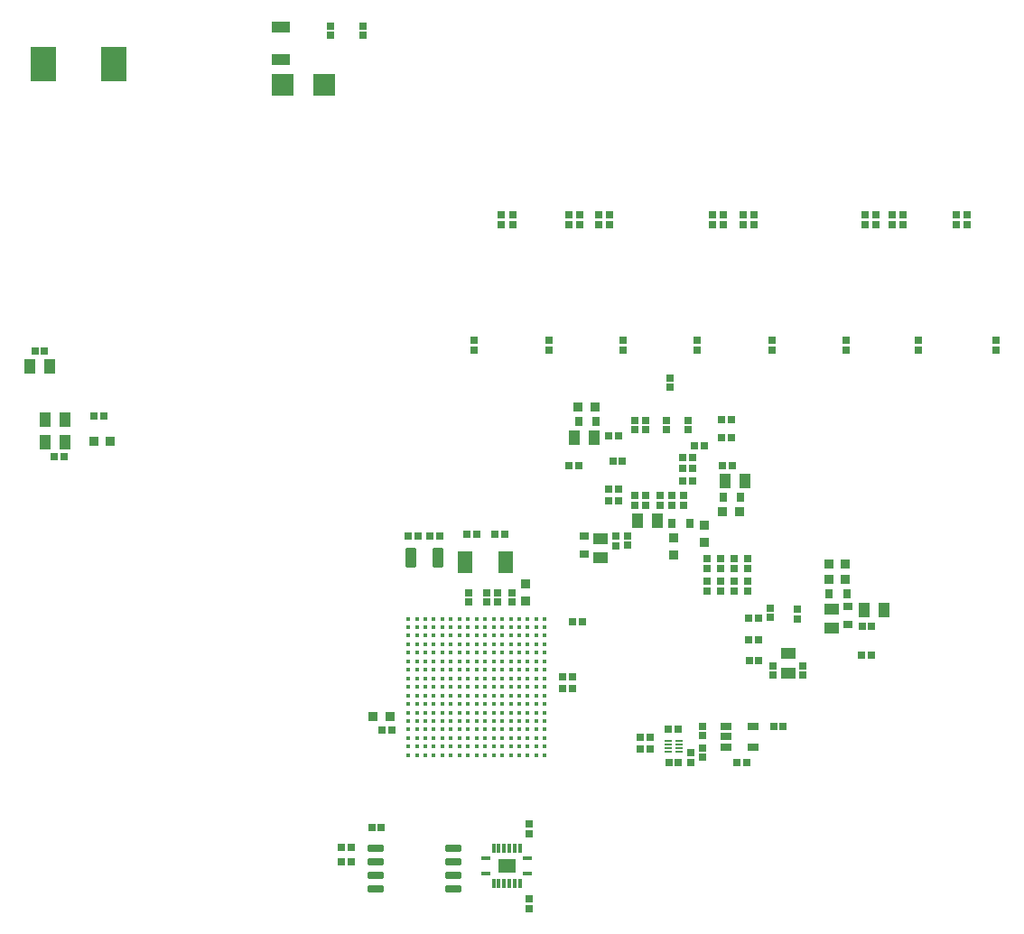
<source format=gbp>
G04*
G04 #@! TF.GenerationSoftware,Altium Limited,Altium Designer,21.6.4 (81)*
G04*
G04 Layer_Color=128*
%FSTAX24Y24*%
%MOIN*%
G70*
G04*
G04 #@! TF.SameCoordinates,CFC9D6D8-CD49-4BFF-A4EB-002DC6F40297*
G04*
G04*
G04 #@! TF.FilePolarity,Positive*
G04*
G01*
G75*
%ADD32R,0.0252X0.0252*%
%ADD35R,0.0335X0.0374*%
G04:AMPARAMS|DCode=51|XSize=23.6mil|YSize=61mil|CornerRadius=3.5mil|HoleSize=0mil|Usage=FLASHONLY|Rotation=270.000|XOffset=0mil|YOffset=0mil|HoleType=Round|Shape=RoundedRectangle|*
%AMROUNDEDRECTD51*
21,1,0.0236,0.0539,0,0,270.0*
21,1,0.0165,0.0610,0,0,270.0*
1,1,0.0071,-0.0270,-0.0083*
1,1,0.0071,-0.0270,0.0083*
1,1,0.0071,0.0270,0.0083*
1,1,0.0071,0.0270,-0.0083*
%
%ADD51ROUNDEDRECTD51*%
%ADD62R,0.0945X0.1299*%
%ADD70R,0.0374X0.0335*%
%ADD85R,0.0551X0.0394*%
G04:AMPARAMS|DCode=86|XSize=10.2mil|YSize=35.4mil|CornerRadius=1.3mil|HoleSize=0mil|Usage=FLASHONLY|Rotation=180.000|XOffset=0mil|YOffset=0mil|HoleType=Round|Shape=RoundedRectangle|*
%AMROUNDEDRECTD86*
21,1,0.0102,0.0329,0,0,180.0*
21,1,0.0077,0.0354,0,0,180.0*
1,1,0.0026,-0.0038,0.0164*
1,1,0.0026,0.0038,0.0164*
1,1,0.0026,0.0038,-0.0164*
1,1,0.0026,-0.0038,-0.0164*
%
%ADD86ROUNDEDRECTD86*%
G04:AMPARAMS|DCode=87|XSize=35.4mil|YSize=10.2mil|CornerRadius=1.3mil|HoleSize=0mil|Usage=FLASHONLY|Rotation=180.000|XOffset=0mil|YOffset=0mil|HoleType=Round|Shape=RoundedRectangle|*
%AMROUNDEDRECTD87*
21,1,0.0354,0.0077,0,0,180.0*
21,1,0.0329,0.0102,0,0,180.0*
1,1,0.0026,-0.0164,0.0038*
1,1,0.0026,0.0164,0.0038*
1,1,0.0026,0.0164,-0.0038*
1,1,0.0026,-0.0164,-0.0038*
%
%ADD87ROUNDEDRECTD87*%
%ADD88R,0.0252X0.0252*%
%ADD89R,0.0394X0.0551*%
%ADD90R,0.0689X0.0394*%
%ADD98R,0.0276X0.0335*%
%ADD100R,0.0335X0.0276*%
%ADD252C,0.0155*%
G04:AMPARAMS|DCode=253|XSize=70.9mil|YSize=39.4mil|CornerRadius=2mil|HoleSize=0mil|Usage=FLASHONLY|Rotation=90.000|XOffset=0mil|YOffset=0mil|HoleType=Round|Shape=RoundedRectangle|*
%AMROUNDEDRECTD253*
21,1,0.0709,0.0354,0,0,90.0*
21,1,0.0669,0.0394,0,0,90.0*
1,1,0.0039,0.0177,0.0335*
1,1,0.0039,0.0177,-0.0335*
1,1,0.0039,-0.0177,-0.0335*
1,1,0.0039,-0.0177,0.0335*
%
%ADD253ROUNDEDRECTD253*%
%ADD254R,0.0543X0.0790*%
%ADD255R,0.0787X0.0787*%
%ADD256R,0.0280X0.0075*%
%ADD257R,0.0303X0.0075*%
G04:AMPARAMS|DCode=258|XSize=23.6mil|YSize=43.3mil|CornerRadius=2.4mil|HoleSize=0mil|Usage=FLASHONLY|Rotation=270.000|XOffset=0mil|YOffset=0mil|HoleType=Round|Shape=RoundedRectangle|*
%AMROUNDEDRECTD258*
21,1,0.0236,0.0386,0,0,270.0*
21,1,0.0189,0.0433,0,0,270.0*
1,1,0.0047,-0.0193,-0.0094*
1,1,0.0047,-0.0193,0.0094*
1,1,0.0047,0.0193,0.0094*
1,1,0.0047,0.0193,-0.0094*
%
%ADD258ROUNDEDRECTD258*%
G36*
X03336Y019746D02*
X033998D01*
Y020258D01*
X03336D01*
Y019746D01*
D02*
G37*
D32*
X016979Y035129D02*
D03*
X017333D02*
D03*
X016259Y039029D02*
D03*
X018793Y036609D02*
D03*
X027569Y020679D02*
D03*
X029046Y021429D02*
D03*
X04712Y027799D02*
D03*
X04297Y028349D02*
D03*
X042983Y027579D02*
D03*
X047143Y028849D02*
D03*
X04297Y029149D02*
D03*
X035973Y034781D02*
D03*
X041957Y036481D02*
D03*
X040183Y034211D02*
D03*
X040603Y035521D02*
D03*
X040186Y035101D02*
D03*
Y034681D02*
D03*
X037797Y033911D02*
D03*
X041954Y035821D02*
D03*
X0378Y035899D02*
D03*
X037943Y034949D02*
D03*
X042007Y034801D02*
D03*
X036473Y029009D02*
D03*
X036093Y026569D02*
D03*
X029069Y025009D02*
D03*
X036093Y026989D02*
D03*
X033239Y032269D02*
D03*
X032573Y032259D02*
D03*
X030846Y032189D02*
D03*
X030393Y032179D02*
D03*
X037797Y033481D02*
D03*
X038612Y024329D02*
D03*
X042169Y023809D02*
D03*
X018439Y036609D02*
D03*
X016613Y039029D02*
D03*
X042523Y023809D02*
D03*
X040016D02*
D03*
X039661D02*
D03*
X038966Y024329D02*
D03*
X039639Y025039D02*
D03*
X039993D02*
D03*
X038966Y024739D02*
D03*
X038612D02*
D03*
X043529Y025149D02*
D03*
X043883D02*
D03*
X037443Y033481D02*
D03*
X030039Y032179D02*
D03*
X0312Y032189D02*
D03*
X032219Y032259D02*
D03*
X033593Y032269D02*
D03*
X035739Y026989D02*
D03*
X029423Y025009D02*
D03*
X035739Y026569D02*
D03*
X036119Y029009D02*
D03*
X041653Y034801D02*
D03*
X037589Y034949D02*
D03*
X037446Y035899D02*
D03*
X0416Y035821D02*
D03*
X037443Y033911D02*
D03*
X04054Y034681D02*
D03*
Y035101D02*
D03*
X040957Y035521D02*
D03*
X040537Y034211D02*
D03*
X041603Y036481D02*
D03*
X036327Y034781D02*
D03*
X042616Y029149D02*
D03*
X046789Y028849D02*
D03*
X042629Y027579D02*
D03*
X042616Y028349D02*
D03*
X046766Y027799D02*
D03*
X027923Y020139D02*
D03*
X027569D02*
D03*
X028691Y021429D02*
D03*
X027923Y020679D02*
D03*
D35*
X046186Y031169D02*
D03*
X045556D02*
D03*
X018421Y035679D02*
D03*
X019051D02*
D03*
X028741Y025509D02*
D03*
X041641Y033079D02*
D03*
X036936Y036939D02*
D03*
X045556Y030599D02*
D03*
X046186D02*
D03*
X036306Y036939D02*
D03*
X042271Y033079D02*
D03*
X029371Y025509D02*
D03*
D51*
X031695Y020657D02*
D03*
X031695Y020157D02*
D03*
X031695Y019657D02*
D03*
X028821Y020657D02*
D03*
Y020157D02*
D03*
Y019657D02*
D03*
Y019157D02*
D03*
X031695D02*
D03*
D62*
X016567Y049609D02*
D03*
X019165D02*
D03*
D70*
X034386Y030429D02*
D03*
X039826Y032109D02*
D03*
X040956Y031969D02*
D03*
Y032599D02*
D03*
X039826Y031479D02*
D03*
X034386Y029799D02*
D03*
D85*
X045666Y028775D02*
D03*
X044066Y027848D02*
D03*
X037146Y031375D02*
D03*
Y032103D02*
D03*
X044066Y02712D02*
D03*
X045666Y029503D02*
D03*
D86*
X034171Y019339D02*
D03*
X033974D02*
D03*
X033777Y019339D02*
D03*
X033581Y019339D02*
D03*
X033384Y019339D02*
D03*
X033187D02*
D03*
X033187Y020666D02*
D03*
X033384Y020666D02*
D03*
X033581D02*
D03*
X033777Y020666D02*
D03*
X033974D02*
D03*
X034171D02*
D03*
D87*
X032917Y019707D02*
D03*
X032917Y020298D02*
D03*
X034441Y020298D02*
D03*
X034441Y019707D02*
D03*
D88*
X034496Y021202D02*
D03*
Y021556D02*
D03*
Y018789D02*
D03*
Y018435D02*
D03*
X040906Y025166D02*
D03*
Y024812D02*
D03*
X033336Y030096D02*
D03*
X033886D02*
D03*
X044616Y027403D02*
D03*
X043516D02*
D03*
X043416Y029172D02*
D03*
X044416Y029122D02*
D03*
X041082Y030159D02*
D03*
X041569D02*
D03*
X042556D02*
D03*
X042069D02*
D03*
X0402Y033678D02*
D03*
X038816Y036105D02*
D03*
X038406D02*
D03*
X03839Y033685D02*
D03*
X03977Y033678D02*
D03*
X040366Y036105D02*
D03*
X0397Y038028D02*
D03*
X0377Y031834D02*
D03*
X03881Y033685D02*
D03*
X03935Y033675D02*
D03*
X03812Y031837D02*
D03*
X039576Y036105D02*
D03*
X047316Y044046D02*
D03*
X046906D02*
D03*
X042816D02*
D03*
X042406D02*
D03*
X050266D02*
D03*
X050676D02*
D03*
X048316D02*
D03*
X047906D02*
D03*
X041676D02*
D03*
X041266D02*
D03*
X037466D02*
D03*
X037056D02*
D03*
X036366D02*
D03*
X035966D02*
D03*
X033476D02*
D03*
X033896D02*
D03*
X032266Y030096D02*
D03*
X028356Y051036D02*
D03*
X027176D02*
D03*
X040486Y023825D02*
D03*
Y024179D02*
D03*
X040906Y024366D02*
D03*
Y024012D02*
D03*
X032926Y030096D02*
D03*
Y029742D02*
D03*
X027176Y050682D02*
D03*
X028356D02*
D03*
X032266Y029742D02*
D03*
X032486Y039406D02*
D03*
Y039052D02*
D03*
X035236Y039406D02*
D03*
Y039052D02*
D03*
X033896Y043692D02*
D03*
X033476D02*
D03*
X035966D02*
D03*
X036366D02*
D03*
X037986Y039406D02*
D03*
Y039052D02*
D03*
X040706Y039406D02*
D03*
Y039052D02*
D03*
X037056Y043692D02*
D03*
X037466D02*
D03*
X041266D02*
D03*
X041676D02*
D03*
X051746Y039052D02*
D03*
Y039406D02*
D03*
X048886Y039406D02*
D03*
Y039052D02*
D03*
X047906Y043692D02*
D03*
X048316Y043692D02*
D03*
X050676D02*
D03*
X050266D02*
D03*
X046216Y039406D02*
D03*
Y039052D02*
D03*
X043456Y039406D02*
D03*
Y039052D02*
D03*
X042406Y043692D02*
D03*
X042816D02*
D03*
X046906D02*
D03*
X047316D02*
D03*
X039576Y036459D02*
D03*
X03812Y032191D02*
D03*
X03935Y033321D02*
D03*
X03881Y033331D02*
D03*
X0377Y032188D02*
D03*
X0397Y037674D02*
D03*
X040366Y036459D02*
D03*
X03977Y033324D02*
D03*
X03839Y033331D02*
D03*
X038406Y036459D02*
D03*
X038816D02*
D03*
X0402Y033324D02*
D03*
X042069Y030513D02*
D03*
Y030986D02*
D03*
Y031341D02*
D03*
X042556Y030986D02*
D03*
Y031341D02*
D03*
Y030513D02*
D03*
X041569D02*
D03*
X041082D02*
D03*
X041569Y030986D02*
D03*
Y031341D02*
D03*
X041082Y030986D02*
D03*
Y031341D02*
D03*
X044416Y029476D02*
D03*
X043416Y029526D02*
D03*
X043516Y027049D02*
D03*
X044616D02*
D03*
X033336Y029742D02*
D03*
X033886D02*
D03*
D89*
X04686Y029449D02*
D03*
X047588D02*
D03*
X042474Y034221D02*
D03*
X038506Y032761D02*
D03*
X036182Y035809D02*
D03*
X016646Y035639D02*
D03*
X017374D02*
D03*
X016642Y036489D02*
D03*
X01737D02*
D03*
X016067Y038439D02*
D03*
X016796D02*
D03*
X03691Y035809D02*
D03*
X039234Y032761D02*
D03*
X041746Y034221D02*
D03*
D90*
X025336Y05099D02*
D03*
Y049789D02*
D03*
D98*
X045586Y030069D02*
D03*
X046235D02*
D03*
X036336Y036419D02*
D03*
X036986Y036419D02*
D03*
X04043Y032641D02*
D03*
X03978D02*
D03*
X042315Y033611D02*
D03*
X041665D02*
D03*
D100*
X036536Y032174D02*
D03*
Y031524D02*
D03*
X046276Y029574D02*
D03*
Y028924D02*
D03*
D252*
X030041Y029134D02*
D03*
Y028819D02*
D03*
Y028504D02*
D03*
X030041Y028189D02*
D03*
X030041Y027874D02*
D03*
Y027559D02*
D03*
Y027244D02*
D03*
X030041Y026929D02*
D03*
X030041Y026614D02*
D03*
Y026299D02*
D03*
X030041Y025984D02*
D03*
X030041Y025669D02*
D03*
Y025354D02*
D03*
X030041Y025039D02*
D03*
Y024724D02*
D03*
X030041Y024409D02*
D03*
Y024094D02*
D03*
X030356Y029134D02*
D03*
Y028504D02*
D03*
Y028189D02*
D03*
Y027874D02*
D03*
Y027559D02*
D03*
Y027244D02*
D03*
Y026929D02*
D03*
Y026614D02*
D03*
Y026299D02*
D03*
Y025984D02*
D03*
Y025669D02*
D03*
Y025354D02*
D03*
X030356Y025039D02*
D03*
X030356Y024724D02*
D03*
X030356Y024094D02*
D03*
X030671Y029134D02*
D03*
Y028819D02*
D03*
X030671Y028504D02*
D03*
Y028189D02*
D03*
X030671Y027874D02*
D03*
Y027559D02*
D03*
X030671Y027244D02*
D03*
Y026929D02*
D03*
Y026614D02*
D03*
Y026299D02*
D03*
X030671Y025984D02*
D03*
Y025669D02*
D03*
Y025354D02*
D03*
Y025039D02*
D03*
X030671Y024724D02*
D03*
Y024409D02*
D03*
X030671Y024094D02*
D03*
X030986Y029134D02*
D03*
Y028819D02*
D03*
X030986Y028504D02*
D03*
Y027874D02*
D03*
Y027559D02*
D03*
X030986Y027244D02*
D03*
Y026929D02*
D03*
X030986Y026299D02*
D03*
Y025984D02*
D03*
Y025669D02*
D03*
Y025354D02*
D03*
X030986Y025039D02*
D03*
X030986Y024724D02*
D03*
X030986Y024409D02*
D03*
X030986Y024094D02*
D03*
X031301Y029134D02*
D03*
Y028819D02*
D03*
X031301Y028504D02*
D03*
Y028189D02*
D03*
X031301Y027874D02*
D03*
Y027559D02*
D03*
Y027244D02*
D03*
X031301Y026929D02*
D03*
X031301Y026614D02*
D03*
X031301Y026299D02*
D03*
X031301Y025984D02*
D03*
Y025669D02*
D03*
Y025039D02*
D03*
X031301Y024724D02*
D03*
Y024409D02*
D03*
X031301Y024094D02*
D03*
X031616Y029134D02*
D03*
Y028819D02*
D03*
X031616Y028504D02*
D03*
X031616Y028189D02*
D03*
Y027874D02*
D03*
Y027559D02*
D03*
Y027244D02*
D03*
X031616Y026929D02*
D03*
Y026614D02*
D03*
X031616Y026299D02*
D03*
X031616Y025984D02*
D03*
Y025669D02*
D03*
Y025354D02*
D03*
X031616Y025039D02*
D03*
Y024724D02*
D03*
Y024409D02*
D03*
Y024094D02*
D03*
X031931Y029134D02*
D03*
Y028819D02*
D03*
Y028504D02*
D03*
Y028189D02*
D03*
Y027874D02*
D03*
Y027559D02*
D03*
Y026929D02*
D03*
Y026614D02*
D03*
Y026299D02*
D03*
Y025669D02*
D03*
Y025354D02*
D03*
Y025039D02*
D03*
Y024724D02*
D03*
X031931Y024409D02*
D03*
X031931Y024094D02*
D03*
X032246Y029134D02*
D03*
X032246Y028819D02*
D03*
Y028504D02*
D03*
Y028189D02*
D03*
Y027874D02*
D03*
X032246Y027559D02*
D03*
Y027244D02*
D03*
X032246Y026929D02*
D03*
Y026614D02*
D03*
Y026299D02*
D03*
Y025984D02*
D03*
Y025669D02*
D03*
X032246Y025354D02*
D03*
X032246Y025039D02*
D03*
Y024724D02*
D03*
X032246Y024409D02*
D03*
Y024094D02*
D03*
X032561Y028819D02*
D03*
X032561Y028504D02*
D03*
X032561Y027244D02*
D03*
X032561Y026929D02*
D03*
Y026299D02*
D03*
X032561Y025984D02*
D03*
Y025669D02*
D03*
X032561Y025354D02*
D03*
X032561Y024724D02*
D03*
X032561Y024409D02*
D03*
X032561Y024094D02*
D03*
X032876Y029134D02*
D03*
Y028819D02*
D03*
X032876Y028504D02*
D03*
Y028189D02*
D03*
X032876Y027874D02*
D03*
Y027559D02*
D03*
X032876Y027244D02*
D03*
Y026929D02*
D03*
Y026614D02*
D03*
Y026299D02*
D03*
X032876Y025984D02*
D03*
Y025669D02*
D03*
Y025354D02*
D03*
Y025039D02*
D03*
X032876Y024724D02*
D03*
Y024409D02*
D03*
X032876Y024094D02*
D03*
X033191Y029134D02*
D03*
Y028819D02*
D03*
X033191Y028504D02*
D03*
X033191Y028189D02*
D03*
Y027874D02*
D03*
Y027559D02*
D03*
X033191Y026929D02*
D03*
X033191Y026614D02*
D03*
X033191Y026299D02*
D03*
X033191Y025669D02*
D03*
Y025354D02*
D03*
Y025039D02*
D03*
X033191Y024724D02*
D03*
X033191Y024409D02*
D03*
Y024094D02*
D03*
X033506Y029134D02*
D03*
Y028819D02*
D03*
X033506Y028504D02*
D03*
Y028189D02*
D03*
X033506Y027559D02*
D03*
Y027244D02*
D03*
X033506Y026929D02*
D03*
X033506Y026614D02*
D03*
X033506Y026299D02*
D03*
X033506Y025984D02*
D03*
Y025669D02*
D03*
Y025354D02*
D03*
Y025039D02*
D03*
X033506Y024724D02*
D03*
Y024409D02*
D03*
X033506Y024094D02*
D03*
X033821Y029134D02*
D03*
Y028819D02*
D03*
X033821Y028504D02*
D03*
X033821Y028189D02*
D03*
Y027874D02*
D03*
Y027559D02*
D03*
X033821Y026929D02*
D03*
Y026614D02*
D03*
X033821Y025984D02*
D03*
Y025669D02*
D03*
Y025354D02*
D03*
X033821Y025039D02*
D03*
Y024724D02*
D03*
Y024409D02*
D03*
Y024094D02*
D03*
X034136Y029134D02*
D03*
Y028819D02*
D03*
Y028504D02*
D03*
X034136Y027874D02*
D03*
Y027559D02*
D03*
Y027244D02*
D03*
X034136Y026929D02*
D03*
Y026614D02*
D03*
Y026299D02*
D03*
X034136Y025984D02*
D03*
X034136Y025669D02*
D03*
Y025354D02*
D03*
X034136Y024724D02*
D03*
X034136Y024409D02*
D03*
X034136Y024094D02*
D03*
X034451Y029134D02*
D03*
X034451Y028819D02*
D03*
Y028504D02*
D03*
Y028189D02*
D03*
Y027874D02*
D03*
X034451Y027559D02*
D03*
Y027244D02*
D03*
X034451Y026929D02*
D03*
Y026614D02*
D03*
Y026299D02*
D03*
Y025984D02*
D03*
Y025669D02*
D03*
X034451Y025354D02*
D03*
X034451Y025039D02*
D03*
Y024724D02*
D03*
X034451Y024409D02*
D03*
Y024094D02*
D03*
X034766Y029134D02*
D03*
Y028504D02*
D03*
Y028189D02*
D03*
Y027874D02*
D03*
Y027559D02*
D03*
Y026929D02*
D03*
Y026614D02*
D03*
Y025984D02*
D03*
Y025669D02*
D03*
Y025354D02*
D03*
Y025039D02*
D03*
Y024724D02*
D03*
Y024094D02*
D03*
X035081Y029134D02*
D03*
Y028819D02*
D03*
Y028504D02*
D03*
Y028189D02*
D03*
Y027874D02*
D03*
Y027559D02*
D03*
Y027244D02*
D03*
X035081Y026929D02*
D03*
Y026614D02*
D03*
X035081Y026299D02*
D03*
Y025984D02*
D03*
Y025669D02*
D03*
Y025354D02*
D03*
X035081Y025039D02*
D03*
Y024724D02*
D03*
X035081Y024409D02*
D03*
Y024094D02*
D03*
X034766Y024409D02*
D03*
Y026299D02*
D03*
Y027244D02*
D03*
Y028819D02*
D03*
X034136Y025039D02*
D03*
Y028189D02*
D03*
X033821Y026299D02*
D03*
X033821Y027244D02*
D03*
X033506Y027874D02*
D03*
X033191Y025984D02*
D03*
Y027244D02*
D03*
X032561Y025039D02*
D03*
Y026614D02*
D03*
X032561Y027559D02*
D03*
X032561Y027874D02*
D03*
X032561Y028189D02*
D03*
Y029134D02*
D03*
X031931Y025984D02*
D03*
Y027244D02*
D03*
X031301Y025354D02*
D03*
X030986Y026614D02*
D03*
Y028189D02*
D03*
X030356Y024409D02*
D03*
X030356Y028819D02*
D03*
D253*
X031148Y031379D02*
D03*
X030144D02*
D03*
D254*
X033626Y031229D02*
D03*
X032138D02*
D03*
D255*
X025398Y048839D02*
D03*
X026934D02*
D03*
D256*
X039636Y024359D02*
D03*
X039636Y024497D02*
D03*
X039636Y024635D02*
D03*
X040026D02*
D03*
Y024497D02*
D03*
Y024359D02*
D03*
Y024221D02*
D03*
D257*
X039648Y024221D02*
D03*
D258*
X041756Y024402D02*
D03*
Y024776D02*
D03*
X042779Y02515D02*
D03*
X042779Y024402D02*
D03*
X041756Y02515D02*
D03*
M02*

</source>
